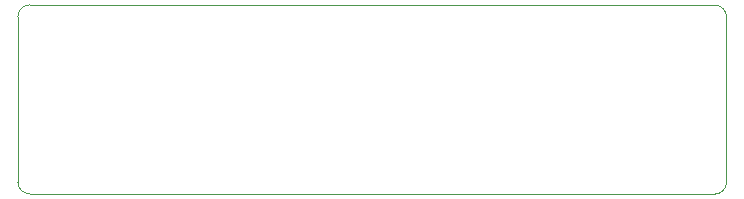
<source format=gm1>
%TF.GenerationSoftware,KiCad,Pcbnew,6.0.4-6f826c9f35~116~ubuntu20.04.1*%
%TF.CreationDate,2022-04-18T14:11:44+07:00*%
%TF.ProjectId,pmod-thin-switches,706d6f64-2d74-4686-996e-2d7377697463,1.0*%
%TF.SameCoordinates,Original*%
%TF.FileFunction,Profile,NP*%
%FSLAX46Y46*%
G04 Gerber Fmt 4.6, Leading zero omitted, Abs format (unit mm)*
G04 Created by KiCad (PCBNEW 6.0.4-6f826c9f35~116~ubuntu20.04.1) date 2022-04-18 14:11:44*
%MOMM*%
%LPD*%
G01*
G04 APERTURE LIST*
%TA.AperFunction,Profile*%
%ADD10C,0.025400*%
%TD*%
G04 APERTURE END LIST*
D10*
X109997493Y-123982293D02*
G75*
G03*
X110997493Y-124982293I1000000J0D01*
G01*
X110997493Y-108982293D02*
X168993893Y-109007693D01*
X110997493Y-124982293D02*
X168993893Y-125007693D01*
X169993893Y-110007693D02*
G75*
G03*
X168993893Y-109007693I-1000000J0D01*
G01*
X169993893Y-110007693D02*
X169993893Y-124007693D01*
X110997493Y-108982293D02*
G75*
G03*
X109997493Y-109982293I0J-1000000D01*
G01*
X168993893Y-125007693D02*
G75*
G03*
X169993893Y-124007693I0J1000000D01*
G01*
X109997493Y-109982293D02*
X109997493Y-123982293D01*
M02*

</source>
